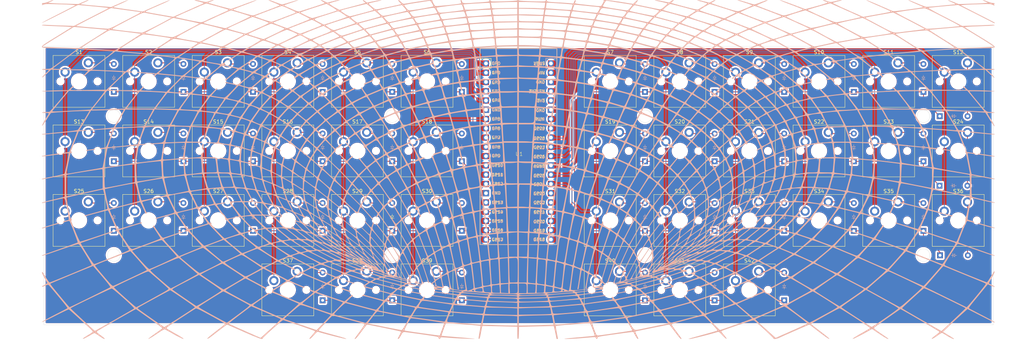
<source format=kicad_pcb>
(kicad_pcb (version 20240108) (generator "pcbnew") (generator_version "8.0")
  (layers (0 "F.Cu" signal) (31 "B.Cu" signal) (34 "B.Paste" user) (35 "F.Paste" user) (36 "B.SilkS" user "B.Silkscreen") (37 "F.SilkS" user "F.Silkscreen") (38 "B.Mask" user) (39 "F.Mask" user) (44 "Edge.Cuts" user))
  (net 0 "")
  (net 1 "Net-(D1-A)")
  (net 2 "R0")
  (net 3 "Net-(D2-A)")
  (net 4 "Net-(D3-A)")
  (net 5 "Net-(D4-A)")
  (net 6 "Net-(D5-A)")
  (net 7 "Net-(D6-A)")
  (net 8 "Net-(D7-A)")
  (net 9 "Net-(D8-A)")
  (net 10 "Net-(D9-A)")
  (net 11 "Net-(D10-A)")
  (net 12 "Net-(D11-A)")
  (net 13 "Net-(D12-A)")
  (net 14 "R1")
  (net 15 "Net-(D13-A)")
  (net 16 "Net-(D14-A)")
  (net 17 "Net-(D15-A)")
  (net 18 "Net-(D16-A)")
  (net 19 "Net-(D17-A)")
  (net 20 "Net-(D18-A)")
  (net 21 "Net-(D19-A)")
  (net 22 "Net-(D20-A)")
  (net 23 "Net-(D21-A)")
  (net 24 "Net-(D22-A)")
  (net 25 "Net-(D23-A)")
  (net 26 "Net-(D24-A)")
  (net 27 "Net-(D25-A)")
  (net 28 "R2")
  (net 29 "Net-(D26-A)")
  (net 30 "Net-(D27-A)")
  (net 31 "Net-(D28-A)")
  (net 32 "Net-(D29-A)")
  (net 33 "Net-(D30-A)")
  (net 34 "Net-(D31-A)")
  (net 35 "Net-(D32-A)")
  (net 36 "Net-(D33-A)")
  (net 37 "Net-(D34-A)")
  (net 38 "Net-(D35-A)")
  (net 39 "Net-(D36-A)")
  (net 40 "Net-(D37-A)")
  (net 41 "R3")
  (net 42 "Net-(D38-A)")
  (net 43 "Net-(D39-A)")
  (net 44 "Net-(D40-A)")
  (net 45 "Net-(D41-A)")
  (net 46 "Net-(D42-A)")
  (net 47 "C0")
  (net 48 "C1")
  (net 49 "C2")
  (net 50 "C3")
  (net 51 "C4")
  (net 52 "C5")
  (net 54 "C6")
  (net 56 "C7")
  (net 57 "C8")
  (net 58 "C9")
  (net 73 "C10")
  (net 76 "c11")
  (footprint "ScottoKeebs_MX:MX_PCB_1.00u" (layer "F.Cu") (at 228.72875 60.736875)
    (property "Reference" "S34")
    (property "Value" "Keyswitch")
  )
  (footprint "ScottoKeebs_MX:MX_PCB_1.00u" (layer "F.Cu") (at 83.34375 60.721875)
    (property "Reference" "S28")
    (property "Value" "Keyswitch")
  )
  (footprint "ScottoKeebs_MX:MX_PCB_1.00u" (layer "F.Cu") (at 228.72875 22.636875)
    (property "Reference" "S10")
    (property "Value" "Keyswitch")
  )
  (footprint "ScottoKeebs_MX:MX_PCB_1.00u" (layer "F.Cu") (at 190.62875 41.686875)
    (property "Reference" "S20")
    (property "Value" "Keyswitch")
  )
  (footprint "ScottoKeebs_MX:MX_PCB_1.00u" (layer "F.Cu") (at 102.39375 60.721875)
    (property "Reference" "S29")
    (property "Value" "Keyswitch")
  )
  (footprint "ScottoKeebs_MX:MX_PCB_1.00u" (layer "F.Cu") (at 171.57875 60.746875)
    (property "Reference" "S31")
    (property "Value" "Keyswitch")
  )
  (footprint "ScottoKeebs_MX:MX_PCB_1.00u" (layer "F.Cu") (at 209.67875 60.736875)
    (property "Reference" "S33")
    (property "Value" "Keyswitch")
  )
  (footprint "ScottoKeebs_Components:Diode_DO-35" (layer "F.Cu") (at 111.91875 63.579375 90)
    (property "Reference" "D29" (hide yes))
    (property "Value" "Diode" (hide yes))
  )
  (footprint "ScottoKeebs_MX:MX_PCB_1.00u" (layer "F.Cu") (at 209.67875 41.686875)
    (property "Reference" "S21")
    (property "Value" "Keyswitch")
  )
  (footprint "ScottoKeebs_Miscellaneous:silk_screen_art_bitmap" (layer "F.Cu") (at 146.12875 44.966875)
    (property "Reference" "slkscreen1" (hide yes))
    (property "Value" "~" (hide yes))
  )
  (footprint "ScottoKeebs_MX:MX_PCB_1.00u" (layer "F.Cu") (at 190.62875 60.736875)
    (property "Reference" "S32")
    (property "Value" "Keyswitch")
  )
  (footprint "ScottoKeebs_MX:MX_PCB_1.00u" (layer "F.Cu") (at 247.77875 60.736875)
    (property "Reference" "S35")
    (property "Value" "Keyswitch")
  )
  (footprint "ScottoKeebs_MX:MX_PCB_1.00u" (layer "F.Cu") (at 121.44375 79.771875)
    (property "Reference" "S39")
    (property "Value" "Keyswitch")
  )
  (footprint "ScottoKeebs_MX:MX_PCB_1.00u" (layer "F.Cu") (at 121.44375 41.671875)
    (property "Reference" "S18")
    (property "Value" "Keyswitch")
  )
  (footprint "ScottoKeebs_MX:MX_PCB_1.00u" (layer "F.Cu") (at 171.57875 22.636875)
    (property "Reference" "S7")
    (property "Value" "Keyswitch")
  )
  (footprint "ScottoKeebs_MX:MX_PCB_1.00u" (layer "F.Cu") (at 102.39375 22.621875)
    (property "Reference" "S5")
    (property "Value" "Keyswitch")
  )
  (footprint "ScottoKeebs_MX:MX_PCB_1.00u" (layer "F.Cu") (at 247.77875 22.636875)
    (property "Reference" "S11")
    (property "Value" "Keyswitch")
  )
  (footprint "ScottoKeebs_MX:MX_PCB_1.00u" (layer "F.Cu") (at 64.29375 41.671875)
    (property "Reference" "S15")
    (property "Value" "Keyswitch")
  )
  (footprint "ScottoKeebs_MX:MX_PCB_1.00u" (layer "F.Cu") (at 190.62875 79.786875)
    (property "Reference" "S41")
    (property "Value" "Keyswitch")
  )
  (footprint "ScottoKeebs_MX:MX_PCB_1.00u" (layer "F.Cu") (at 247.77875 41.686875)
    (property "Reference" "S23")
    (property "Value" "Keyswitch")
  )
  (footprint "ScottoKeebs_MX:MX_PCB_1.00u" (layer "F.Cu") (at 102.39375 41.671875)
    (property "Reference" "S17")
    (property "Value" "Keyswitch")
  )
  (footprint "ScottoKeebs_MX:MX_PCB_1.00u" (layer "F.Cu") (at 228.72875 41.686875)
    (property "Reference" "S22")
    (property "Value" "Keyswitch")
  )
  (footprint "ScottoKeebs_MX:MX_PCB_1.00u" (layer "F.Cu") (at 64.29375 22.621875)
    (property "Reference" "S3")
    (property "Value" "Keyswitch")
  )
  (footprint "ScottoKeebs_MX:MX_PCB_1.00u" (layer "F.Cu") (at 83.34375 22.621875)
    (property "Reference" "S4")
    (property "Value" "Keyswitch")
  )
  (footprint "ScottoKeebs_MX:MX_PCB_1.00u" (layer "F.Cu") (at 121.44375 60.721875)
    (property "Reference" "S30")
    (property "Value" "Keyswitch")
  )
  (footprint "ScottoKeebs_MX:MX_PCB_1.00u" (layer "F.Cu") (at 171.57875 79.786875)
    (property "Reference" "S40")
    (property "Value" "Keyswitch")
  )
  (footprint "ScottoKeebs_MX:MX_PCB_1.00u" (layer "F.Cu") (at 83.34375 79.771875)
    (property "Reference" "S37")
    (property "Value" "Keyswitch")
  )
  (footprint "ScottoKeebs_MX:MX_PCB_1.00u" (layer "F.Cu") (at 64.29375 60.721875)
    (property "Reference" "S27")
    (property "Value" "Keyswitch")
  )
  (footprint "ScottoKeebs_MX:MX_PCB_1.00u" (layer "F.Cu") (at 121.44375 22.621875)
    (property "Reference" "S6")
    (property "Value" "Keyswitch")
  )
  (footprint "ScottoKeebs_MX:MX_PCB_1.00u" (layer "F.Cu") (at 26.19375 22.621875)
    (property "Reference" "S1")
    (property "Value" "Keyswitch")
  )
  (footprint "ScottoKeebs_MX:MX_PCB_1.00u" (layer "F.Cu") (at 26.19375 60.721875)
    (property "Reference" "S25")
    (property "Value" "Keyswitch")
  )
  (footprint "ScottoKeebs_MX:MX_PCB_1.00u" (layer "F.Cu") (at 45.24375 41.671875)
    (property "Reference" "S14")
    (property "Value" "Keyswitch")
  )
  (footprint "ScottoKeebs_MX:MX_PCB_1.00u" (layer "F.Cu") (at 45.24375 60.721875)
    (property "Reference" "S26")
    (property "Value" "Keyswitch")
  )
  (footprint "ScottoKeebs_MX:MX_PCB_1.00u" (layer "F.Cu") (at 209.67875 22.636875)
    (property "Reference" "S9")
    (property "Value" "Keyswitch")
  )
  (footprint "ScottoKeebs_MCU:Pi_Pico_16M" (layer "F.Cu") (at 146.66875 43.036875)
    (property "Reference" "U1")
    (property "Value" "Raspberry_Pi_Pico")
  )
  (footprint "ScottoKeebs_MX:MX_PCB_1.00u" (layer "F.Cu") (at 83.34375 41.671875)
    (property "Reference" "S16")
    (property "Value" "Keyswitch")
  )
  (footprint "ScottoKeebs_MX:MX_PCB_1.00u" (layer "F.Cu") (at 209.67875 79.786875)
    (property "Reference" "S42")
    (property "Value" "Keyswitch")
  )
  (footprint "ScottoKeebs_MX:MX_PCB_1.00u" (layer "F.Cu") (at 171.57875 41.686875)
    (property "Reference" "S19")
    (property "Value" "Keyswitch")
  )
  (footprint "ScottoKeebs_MX:MX_PCB_1.00u" (layer "F.Cu") (at 266.82875 22.636875)
    (property "Reference" "S12")
    (property "Value" "Keyswitch")
  )
  (footprint "ScottoKeebs_MX:MX_PCB_1.00u" (layer "F.Cu") (at 266.82875 60.736875)
    (property "Reference" "S36")
    (property "Value" "Keyswitch")
  )
  (footprint "ScottoKeebs_MX:MX_PCB_1.00u" (layer "F.Cu") (at 190.62875 22.636875)
    (property "Reference" "S8")
    (property "Value" "Keyswitch")
  )
  (footprint "ScottoKeebs_MX:MX_PCB_1.00u" (layer "F.Cu") (at 26.19375 41.671875)
    (property "Reference" "S13")
    (property "Value" "Keyswitch")
  )
  (footprint "ScottoKeebs_MX:MX_PCB_1.00u" (layer "F.Cu") (at 266.82875 41.686875)
    (property "Reference" "S24")
    (property "Value" "Keyswitch")
  )
  (footprint "ScottoKeebs_MX:MX_PCB_1.00u" (layer "F.Cu") (at 45.24375 22.621875)
    (property "Reference" "S2")
    (property "Value" "Keyswitch")
  )
  (footprint "ScottoKeebs_MX:MX_PCB_1.00u" (layer "F.Cu") (at 102.39375 79.771875)
    (property "Reference" "S38")
    (property "Value" "Keyswitch")
  )
  (footprint "ScottoKeebs_Components:Diode_DO-35" (layer "B.Cu") (at 181.10375 25.494375 90)
    (property "Reference" "D7" (hide yes))
    (property "Value" "Diode" (hide yes))
  )
  (footprint "ScottoKeebs_Components:Diode_DO-35" (layer "B.Cu") (at 200.15375 25.494375 90)
    (property "Reference" "D8" (hide yes))
    (property "Value" "Diode" (hide yes))
  )
  (footprint "ScottoKeebs_Components:Diode_DO-35" (layer "B.Cu") (at 54.76875 63.579375 90)
    (property "Reference" "D26" (hide yes))
    (property "Value" "Diode" (hide yes))
  )
  (footprint "ScottoKeebs_Components:Diode_DO-35" (layer "B.Cu") (at 257.30375 44.544375 90)
    (property "Reference" "D23" (hide yes))
    (property "Value" "Diode" (hide yes))
  )
  (footprint "ScottoKeebs_Components:Diode_DO-35" (layer "B.Cu") (at 73.81875 44.529375 90)
    (property "Reference" "D15" (hide yes))
    (property "Value" "Diode" (hide yes))
  )
  (footprint "ScottoKeebs_Components:Diode_DO-35" (layer "B.Cu") (at 54.76875 44.529375 90)
    (property "Reference" "D14" (hide yes))
    (property "Value" "Diode" (hide yes))
  )
  (footprint "ScottoKeebs_Components:Diode_DO-35" (layer "B.Cu") (at 219.20375 82.644375 90)
    (property "Reference" "D42" (hide yes))
    (property "Value" "Diode" (hide yes))
  )
  (footprint "ScottoKeebs_Components:Diode_DO-35" (layer "B.Cu") (at 238.25375 25.494375 90)
    (property "Reference" "D10" (hide yes))
    (property "Value" "Diode" (hide yes))
  )
  (footprint "ScottoKeebs_Components:Diode_DO-35" (layer "B.Cu") (at 35.71875 44.529375 90)
    (property "Reference" "D13" (hide yes))
    (property "Value" "Diode" (hide yes))
  )
  (footprint "ScottoKeebs_Components:Diode_DO-35" (layer "B.Cu") (at 92.86875 25.479375 90)
    (property "Reference" "D4" (hide yes))
    (property "Value" "Diode" (hide yes))
  )
  (footprint "ScottoKeebs_Components:Diode_DO-35" (layer "B.Cu") (at 92.86875 44.529375 90)
    (property "Reference" "D16" (hide yes))
    (property "Value" "Diode" (hide yes))
  )
  (footprint "ScottoKeebs_Components:Diode_DO-35" (layer "B.Cu") (at 130.96875 44.529375 90)
    (property "Reference" "D18" (hide yes))
    (property "Value" "Diode" (hide yes))
  )
  (footprint "ScottoKeebs_Components:Diode_DO-35" (layer "B.Cu") (at 73.81875 63.579375 90)
    (property "Reference" "D27" (hide yes))
    (property "Value" "Diode" (hide yes))
  )
  (footprint "ScottoKeebs_Components:Diode_DO-35" (layer "B.Cu") (at 111.91875 82.629375 90)
    (property "Reference" "D38" (hide yes))
    (property "Value" "Diode" (hide yes))
  )
  (footprint "ScottoKeebs_Components:Diode_DO-35" (layer "B.Cu") (at 111.91875 25.479375 90)
    (property "Reference" "D5" (hide yes))
    (property "Value" "Diode" (hide yes))
  )
  (footprint "ScottoKeebs_Components:Diode_DO-35" (layer "B.Cu") (at 181.10375 44.544375 90)
    (property "Reference" "D19" (hide yes))
    (property "Value" "Diode" (hide yes))
  )
  (footprint "ScottoKeebs_Components:Diode_DO-35" (layer "B.Cu") (at 261.76875 32.156875)
    (property "Reference" "D12" (hide yes))
    (property "Value" "Diode" (hide yes))
  )
  (footprint "ScottoKeebs_Components:Diode_DO-35" (layer "B.Cu") (at 257.30375 25.494375 90)
    (property "Reference" "D11" (hide yes))
    (property "Value" "Diode" (hide yes))
  )
  (footprint "ScottoKeebs_Components:Diode_DO-35" (layer "B.Cu") (at 130.96875 63.579375 90)
    (property "Reference" "D30" (hide yes))
    (property "Value" "Diode" (hide yes))
  )
  (footprint "ScottoKeebs_Components:Diode_DO-35" (layer "B.Cu") (at 238.25375 44.544375 90)
    (property "Reference" "D22" (hide yes))
    (property "Value" "Diode" (hide yes))
  )
  (footprint "ScottoKeebs_Components:Diode_DO-35" (layer "B.Cu") (at 200.15375 44.544375 90)
    (property "Reference" "D20" (hide yes))
    (property "Value" "Diode" (hide yes))
  )
  (footprint "ScottoKeebs_Components:Diode_DO-35" (layer "B.Cu") (at 219.20375 44.544375 90)
    (property "Reference" "D21" (hide yes))
    (property "Value" "Diode" (hide yes))
  )
  (footprint "ScottoKeebs_Components:Diode_DO-35" (layer "B.Cu") (at 35.71875 25.479375 90)
    (property "Reference" "D1" (hide yes))
    (property "Value" "Diode" (hide yes))
  )
  (footprint "ScottoKeebs_Components:Diode_DO-35" (layer "B.Cu") (at 35.71875 63.579375 90)
    (property "Reference" "D25" (hide yes))
    (property "Value" "Diode" (hide yes))
  )
  (footprint "ScottoKeebs_Components:Diode_DO-35" (layer "B.Cu") (at 181.10375 82.644375 90)
    (property "Reference" "D40" (hide yes))
    (property "Value" "Diode" (hide yes))
  )
  (footprint "ScottoKeebs_Components:Diode_DO-35" (layer "B.Cu") (at 73.81875 25.479375 90)
    (property "Reference" "D3" (hide yes))
    (property "Value" "Diode" (hide yes))
  )
  (footprint "ScottoKeebs_Components:Diode_DO-35" (layer "B.Cu") (at 200.15375 82.644375 90)
    (property "Reference" "D41" (hide yes))
    (property "Value" "Diode" (hide yes))
  )
  (footprint "ScottoKeebs_Components:Diode_DO-35" (layer "B.Cu") (at 181.10375 63.594375 90)
    (property "Reference" "D31" (hide yes))
    (property "Value" "Diode" (hide yes))
  )
  (footprint "ScottoKeebs_Components:Diode_DO-35" (layer "B.Cu") (at 219.20375 63.594375 90)
    (property "Reference" "D33" (hide yes))
    (property "Value" "Diode" (hide yes))
  )
  (footprint "ScottoKeebs_Components:Diode_DO-35" (layer "B.Cu") (at 54.76875 25.479375 90)
    (property "Reference" "D2" (hide yes))
    (property "Value" "Diode" (hide yes))
  )
  (footprint "ScottoKeebs_Components:Diode_DO-35" (layer "B.Cu") (at 219.20375 25.494375 90)
    (property "Reference" "D9" (hide yes))
    (property "Value" "Diode" (hide yes))
  )
  (footprint "ScottoKeebs_Components:Diode_DO-35" (layer "B.Cu") (at 92.86875 63.579375 90)
    (property "Reference" "D28" (hide yes))
    (property "Value" "Diode" (hide yes))
  )
  (footprint "ScottoKeebs_Components:Diode_DO-35" (layer "B.Cu") (at 200.15375 63.594375 90)
    (property "Reference" "D32" (hide yes))
    (property "Value" "Diode" (hide yes))
  )
  (footprint "ScottoKeebs_Components:Diode_DO-35" (layer "B.Cu") (at 111.91875 44.529375 90)
    (property "Reference" "D17" (hide yes))
    (property "Value" "Diode" (hide yes))
  )
  (footprint "ScottoKeebs_Components:Diode_DO-35" (layer "B.Cu") (at 261.84875 70.296875)
    (property "Reference" "D36" (hide yes))
    (property "Value" "Diode" (hide yes))
  )
  (footprint "ScottoKeebs_Components:Diode_DO-35" (layer "B.Cu") (at 130.96875 25.479375 90)
    (property "Reference" "D6" (hide yes))
    (property "Value" "Diode" (hide yes))
  )
  (footprint "ScottoKeebs_Components:Diode_DO-35" (layer "B.Cu") (at 257.30375 63.594375 90)
    (property "Reference" "D35" (hide yes))
    (property "Value" "Diode" (hide yes))
  )
  (footprint "ScottoKeebs_Components:Diode_DO-35" (layer "B.Cu") (at 261.71875 51.206875)
    (property "Reference" "D24" (hide yes))
    (property "Value" "Diode" (hide yes))
  )
  (footprint "ScottoKeebs_Components:Diode_DO-35" (layer "B.Cu") (at 130.96875 82.629375 90)
    (property "Reference" "D39" (hide yes))
    (property "Value" "Diode" (hide yes))
  )
  (footprint "ScottoKeebs_Components:Diode_DO-35" (layer "B.Cu") (at 238.25375 63.594375 90)
    (property "Reference" "D34" (hide yes))
    (property "Value" "Diode" (hide yes))
  )
  (footprint "ScottoKeebs_Components:Diode_DO-35" (layer "B.Cu") (at 92.86875 82.629375 90)
    (property "Reference" "D37" (hide yes))
    (property "Value" "Diode" (hide yes))
  )
  (gr_rect (start 16.58875 13.036876) (end 276.43875 89.376875) (stroke (width 0.05)) (fill none) (layer "Edge.Cuts"))
  (gr_circle (center 111.91875 70.246875) (end 113.66875 70.246875) (stroke (width 0.05)) (fill none) (layer "Edge.Cuts"))
  (gr_circle (center 35.71875 70.236875) (end 37.46875 70.236875) (stroke (width 0.05)) (fill none) (layer "Edge.Cuts"))
  (gr_circle (center 257.30875 70.256875) (end 259.05875 70.256875) (stroke (width 0.05)) (fill none) (layer "Edge.Cuts"))
  (gr_circle (center 35.71875 32.136875) (end 37.46875 32.136875) (stroke (width 0.05)) (fill none) (layer "Edge.Cuts"))
  (gr_circle (center 257.30875 32.166875) (end 259.05875 32.166875) (stroke (width 0.05)) (fill none) (layer "Edge.Cuts"))
  (gr_circle (center 181.10875 32.166875) (end 182.85875 32.166875) (stroke (width 0.05)) (fill none) (layer "Edge.Cuts"))
  (gr_circle (center 111.91875 32.146875) (end 113.66875 32.146875) (stroke (width 0.05)) (fill none) (layer "Edge.Cuts"))
  (gr_circle (center 181.09875 70.256875) (end 182.84875 70.256875) (stroke (width 0.05)) (fill none) (layer "Edge.Cuts"))
  (segment (start 28.73375 17.541875) (end 35.40125 17.541875) (width 0.2) (layer "F.Cu") (net 1))
  (segment (start 35.40125 17.541875) (end 35.71875 17.859375) (width 0.2) (layer "F.Cu") (net 1))
  (segment (start 163.40125 25.494375) (end 181.10375 25.494375) (width 0.2) (layer "F.Cu") (net 2))
  (segment (start 161.08875 27.806875) (end 163.40125 25.494375) (width 0.2) (layer "F.Cu") (net 2))
  (segment (start 134.00875 56.806875) (end 135.55875 58.356875) (width 0.2) (layer "F.Cu") (net 2))
  (segment (start 181.10375 25.494375) (end 257.30375 25.494375) (width 0.2) (layer "F.Cu") (net 2))
  (segment (start 144.01875 80.926875) (end 158.70875 80.926875) (width 0.2) (layer "F.Cu") (net 2))
  (segment (start 35.71875 25.479375) (end 130.96875 25.479375) (width 0.2) (layer "F.Cu") (net 2))
  (segment (start 141.68875 58.356875) (end 142.91875 59.586875) (width 0.2) (layer "F.Cu") (net 2))
  (segment (start 142.91875 79.826875) (end 144.01875 80.926875) (width 0.2) (layer "F.Cu") (net 2))
  (segment (start 257.30375 27.691875) (end 261.76875 32.156875) (width 0.2) (layer "F.Cu") (net 2))
  (segment (start 257.30375 25.494375) (end 257.30375 27.691875) (width 0.2) (layer "F.Cu") (net 2))
  (segment (start 161.08875 78.546875) (end 161.08875 27.806875) (width 0.2) (layer "F.Cu") (net 2))
  (segment (start 130.96875 25.479375) (end 134.00875 28.519375) (width 0.2) (layer "F.Cu") (net 2))
  (segment (start 142.91875 59.586875) (end 142.91875 79.826875) (width 0.2) (layer "F.Cu") (net 2))
  (segment (start 135.55875 58.356875) (end 141.68875 58.356875) (width 0.2) (layer "F.Cu") (net 2))
  (segment (start 158.70875 80.926875) (end 161.08875 78.546875) (width 0.2) (layer "F.Cu") (net 2))
  (segment (start 134.00875 28.519375) (end 134.00875 56.806875) (width 0.2) (layer "F.Cu") (net 2))
  (segment (start 47.78375 17.541875) (end 54.45125 17.541875) (width 0.2) (layer "F.Cu") (net 3))
  (segment (start 54.45125 17.541875) (end 54.76875 17.859375) (width 0.2) (layer "F.Cu") (net 3))
  (segment (start 67.15125 17.859375) (end 66.83375 17.541875) (width 0.2) (layer "F.Cu") (net 4))
  (segment (start 73.81875 17.859375) (end 67.15125 17.859375) (width 0.2) (layer "F.Cu") (net 4))
  (segment (start 85.88375 17.541875) (end 86.20125 17.859375) (width 0.2) (layer "F.Cu") (net 5))
  (segment (start 86.20125 17.859375) (end 92.86875 17.859375) (width 0.2) (layer "F.Cu") (net 5))
  (segment (start 111.60125 17.541875) (end 111.91875 17.859375) (width 0.2) (layer "F.Cu") (net 6))
  (segment (start 104.93375 17.541875) (end 111.60125 17.541875) (width 0.2) (layer "F.Cu") (net 6))
  (segment (start 123.98375 17.541875) (end 130.65125 17.541875) (width 0.2) (layer "F.Cu") (net 7))
  (segment (start 130.65125 17.541875) (end 130.96875 17.859375) (width 0.2) (layer "F.Cu") (net 7))
  (segment (start 174.43625 17.874375) (end 181.10375 17.874375) (width 0.2) (layer "F.Cu") (net 8))
  (segment (start 174.11875 17.556875) (end 174.43625 17.874375) (width 0.2) (layer "F.Cu") (net 8))
  (segment (start 193.16875 17.556875) (end 199.83625 17.556875) (width 0.2) (layer "F.Cu") (net 9))
  (segment (start 199.83625 17.556875) (end 200.15375 17.874375) (width 0.2) (layer "F.Cu") (net 9))
  (segment (start 218.88625 17.556875) (end 219.20375 17.874375) (width 0.2) (layer "F.Cu") (net 10))
  (segment (start 212.21875 17.556875) (end 218.88625 17.556875) (width 0.2) (layer "F.Cu") (net 10))
  (segment (start 237.93625 17.556875) (end 238.25375 17.874375) (width 0.2) (layer "F.Cu") (net 11))
  (segment (start 231.26875 17.556875) (end 237.93625 17.556875) (width 0.2) (layer "F.Cu") (net 11))
  (segment (start 256.98625 17.556875) (end 257.30375 17.874375) (width 0.2) (layer "F.Cu") (net 12))
  (segment (start 250.31875 17.556875) (end 256.98625 17.556875) (width 0.2) (layer "F.Cu") (net 12))
  (segment (start 269.36875 32.136875) (end 269.38875 32.156875) (width 0.2) (layer "F.Cu") (net 13))
  (segment (start 269.36875 17.556875) (end 269.36875 32.136875) (width 0.2) (layer "F.Cu") (net 13))
  (segment (start 257.30375 44.544375) (end 257.30375 46.791875) (width 0.2) (layer "F.Cu") (net 14))
  (segment (start 141.19875 60.896875) (end 142.20875 61.906875) (width 0.2) (layer "F.Cu") (net 14))
  (segment (start 257.30375 44.544375) (end 181.10375 44.544375) (width 0.2) (layer "F.Cu") (net 14))
  (segment (start 159.13875 81.466875) (end 161.77875 78.826875) (width 0.2) (layer "F.Cu") (net 14))
  (segment (start 163.69125 44.544375) (end 181.10375 44.544375) (width 0.2) (layer "F.Cu") (net 14))
  (segment (start 130.96875 44.529375) (end 133.23875 46.799375) (width 0.2) (layer "F.Cu") (net 14))
  (segment (start 134.21875 60.896875) (end 141.19875 60.896875) (width 0.2) (layer "F.Cu") (net 14))
  (segment (start 161.77875 78.826875) (end 161.77875 46.456875) (width 0.2) (layer "F.Cu") (net 14))
  (segment (start 35.71875 44.529375) (end 130.96875 44.529375) (width 0.2) (layer "F.Cu") (net 14))
  (segment (start 142.20875 61.906875) (end 142.20875 80.366875) (width 0.2) (layer "F.Cu") (net 14))
  (segment (start 133.23875 59.916875) (end 134.21875 60.896875) (width 0.2) (layer "F.Cu") (net 14))
  (segment (start 133.23875 46.799375) (end 133.23875 59.916875) (width 0.2) (layer "F.Cu") (net 14))
  (segment (start 257.30375 46.791875) (end 261.71875 51.206875) (width 0.2) (layer "F.Cu") (net 14))
  (segment (start 143.30875 81.466875) (end 159.13875 81.466875) (width 0.2) (layer "F.Cu") (net 14))
  (segment (start 142.20875 80.366875) (end 143.30875 81.466875) (width 0.2) (layer "F.Cu") (net 14))
  (segment (start 161.77875 46.456875) (end 163.69125 44.544375) (width 0.2) (layer "F.Cu") (net 14))
  (segment (start 28.73375 36.591875) (end 35.40125 36.591875) (width 0.2) (layer "F.Cu") (net 15))
  (segment (start 35.40125 36.591875) (end 35.71875 36.909375) (width 0.2) (layer "F.Cu") (net 15))
  (segment (start 54.45125 36.591875) (end 54.76875 36.909375) (width 0.2) (layer "F.Cu") (net 16))
  (segment (start 47.78375 36.591875) (end 54.45125 36.591875) (width 0.2) (layer "F.Cu") (net 16))
  (segment (start 66.83375 36.591875) (end 73.50125 36.591875) (width 0.2) (layer "F.Cu") (net 17))
  (segment (start 73.50125 36.591875) (end 73.81875 36.909375) (width 0.2) (layer "F.Cu") (net 17))
  (segment (start 85.88375 36.591875) (end 92.55125 36.591875) (width 0.2) (layer "F.Cu") (net 18))
  (segment (start 92.55125 36.591875) (end 92.86875 36.909375) (width 0.2) (layer "F.Cu") (net 18))
  (segment (start 105.25125 36.909375) (end 104.93375 36.591875) (width 0.2) (layer "F.Cu") (net 19))
  (segment (start 111.91875 36.909375) (end 105.25125 36.909375) (width 0.2) (layer "F.Cu") (net 19))
  (segment (start 123.98375 36.591875) (end 124.30125 36.909375) (width 0.2) (layer "F.Cu") (net 20))
  (segment (start 124.30125 36.909375) (end 130.96875 36.909375) (width 0.2) (layer "F.Cu") (net 20))
  (segment (start 174.43625 36.924375) (end 174.11875 36.606875) (width 0.2) (layer "F.Cu") (net 21))
  (segment (start 181.10375 36.924375) (end 174.43625 36.924375) (width 0.2) (layer "F.Cu") (net 21))
  (segment (start 193.48625 36.924375) (end 193.16875 36.606875) (width 0.2) (layer "F.Cu") (net 22))
  (segment (start 200.15375 36.924375) (end 193.48625 36.924375) (width 0.2) (layer "F.Cu") (net 22))
  (segment (start 212.21875 36.606875) (end 212.53625 36.924375) (width 0.2) (layer "F.Cu") (net 23))
  (segment (start 212.53625 36.924375) (end 219.20375 36.924375) (width 0.2) (layer "F.Cu") (net 23))
  (segment (start 231.58625 36.924375) (end 238.25375 36.924375) (width 0.2) (layer "F.Cu") (net 24))
  (segment (start 231.26875 36.606875) (end 231.58625 36.924375) (width 0.2) (layer "F.Cu") (net 24))
  (segment (start 256.98625 36.606875) (end 257.30375 36.924375) (width 0.2) (layer "F.Cu") (net 25))
  (segment (start 250.31875 36.606875) (end 256.98625 36.606875) (width 0.2) (layer "F.Cu") (net 25))
  (segment (start 269.33875 36.636875) (end 269.36875 36.606875) (width 0.2) (layer "F.Cu") (net 26))
  (segment (start 269.33875 51.206875) (end 269.33875 36.636875) (width 0.2) (layer "F.Cu") (net 26))
  (segment (start 35.71875 55.959375) (end 29.05125 55.959375) (width 0.2) (layer "F.Cu") (net 27))
  (segment (start 29.05125 55.959375) (end 28.73375 55.641875) (width 0.2) (layer "F.Cu") (net 27))
  (segment (start 257.30375 63.594375) (end 181.10375 63.594375) (width 0.2) (layer "F.Cu") (net 28))
  (segment (start 257.30375 64.921875) (end 257.30375 63.594375) (width 0.2) (layer "F.Cu") (net 28))
  (segment (start 130.96875 63.579375) (end 138.21625 63.579375) (width 0.2) (layer "F.Cu") (net 28))
  (segment (start 35.71875 63.579375) (end 130.96875 63.579375) (width 0.2) (layer "F.Cu") (net 28))
  (segment (start 164.47125 63.594375) (end 181.10375 63.594375) (width 0.2) (layer "F.Cu") (net 28))
  (segment (start 138.21625 63.579375) (end 138.35875 63.436875) (width 0.2) (layer "F.Cu") (net 28))
  (segment (start 162.45875 65.606875) (end 164.47125 63.594375) (width 0.2) (layer "F.Cu") (net 28))
  (segment (start 138.35875 63.436875) (end 140.55875 63.436875) (width 0.2) (layer "F.Cu") (net 28))
  (segment (start 159.40875 82.146875) (end 162.45875 79.096875) (width 0.2) (layer "F.Cu") (net 28))
  (segment (start 261.84875 69.466875) (end 257.30375 64.921875) (width 0.2) (layer "F.Cu") (net 28))
  (segment (start 141.54875 80.686875) (end 143.00875 82.146875) (width 0.2) (layer "F.Cu") (net 28))
  (segment (start 261.84875 70.296875) (end 261.84875 69.466875) (width 0.2) (layer "F.Cu") (net 28))
  (segment (start 141.54875 64.426875) (end 141.54875 80.686875) (width 0.2) (layer "F.Cu") (net 28))
  (segment (start 162.45875 79.096875) (end 162.45875 65.606875) (width 0.2) (layer "F.Cu") (net 28))
  (segment (start 140.55875 63.436875) (end 141.54875 64.426875) (width 0.2) (layer "F.Cu") (net 28))
  (segment (start 143.00875 82.146875) (end 159.40875 82.146875) (width 0.2) (layer "F.Cu") (net 28))
  (segment (start 54.45125 55.641875) (end 47.78375 55.641875) (width 0.2) (layer "F.Cu") (net 29))
  (segment (start 54.76875 55.959375) (end 54.45125 55.641875) (width 0.2) (layer "F.Cu") (net 29))
  (segment (start 66.83375 55.641875) (end 73.50125 55.641875) (width 0.2) (layer "F.Cu") (net 30))
  (segment (start 73.50125 55.641875) (end 73.81875 55.959375) (width 0.2) (layer "F.Cu") (net 30))
  (segment (start 86.20125 55.959375) (end 85.88375 55.641875) (width 0.2) (layer "F.Cu") (net 31))
  (segment (start 92.86875 55.959375) (end 86.20125 55.959375) (width 0.2) (layer "F.Cu") (net 31))
  (segment (start 105.25125 55.959375) (end 104.93375 55.641875) (width 0.2) (layer "F.Cu") (net 32))
  (segment (start 111.91875 55.959375) (end 105.25125 55.959375) (width 0.2) (layer "F.Cu") (net 32))
  (segment (start 130.96875 55.959375) (end 124.30125 55.959375) (width 0.2) (layer "F.Cu") (net 33))
  (segment (start 124.30125 55.959375) (end 123.98375 55.641875) (width 0.2) (layer "F.Cu") (net 33))
  (segment (start 174.43625 55.974375) (end 181.10375 55.974375) (width 0.2) (layer "F.Cu") (net 34))
  (segment (start 174.11875 55.656875) (end 174.43625 55.974375) (width 0.2) (layer "F.Cu") (net 34))
  (segment (start 193.16875 55.656875) (end 199.83625 55.656875) (width 0.2) (layer "F.Cu") (net 35))
  (segment (start 199.83625 55.656875) (end 200.15375 55.974375) (width 0.2) (layer "F.Cu") (net 35))
  (segment (start 212.21875 55.656875) (end 218.88625 55.656875) (width 0.2) (layer "F.Cu") (net 36))
  (segment (start 218.88625 55.656875) (end 219.20375 55.974375) (width 0.2) (layer "F.Cu") (net 36))
  (segment (start 237.93625 55.656875) (end 238.25375 55.974375) (width 0.2) (layer "F.Cu") (net 37))
  (segment (start 231.26875 55.656875) (end 237.93625 55.656875) (width 0.2) (layer "F.Cu") (net 37))
  (segment (start 250.31875 55.656875) (end 256.98625 55.656875) (width 0.2) (layer "F.Cu") (net 38))
  (segment (start 256.98625 55.656875) (end 257.30375 55.974375) (width 0.2) (layer "F.Cu") (net 38))
  (segment (start 269.36875 55.656875) (end 269.36875 70.196875) (width 0.2) (layer "F.Cu") (net 39))
  (segment (start 269.36875 70.196875) (end 269.46875 70.296875) (width 0.2) (layer "F.Cu") (net 39))
  (segment (start 86.20125 75.009375) (end 92.86875 75.009375) (width 0.2) (layer "F.Cu") (net 40))
  (segment (start 85.88375 74.691875) (end 86.20125 75.009375) (width 0.2) (layer "F.Cu") (net 40))
  (segment (start 143.30875 82.644375) (end 130.98375 82.644375) (width 0.2) (layer "F.Cu") (net 41))
  (segment (start 181.10375 82.644375) (end 219.20375 82.644375) (width 0.2) (layer "F.Cu") (net 41))
  (segment (start 140.80875 66.736875) (end 140.04875 65.976875) (width 0.2) (layer "F.Cu") (net 41))
  (segment (start 130.98375 82.644375) (end 130.96875 82.629375) (width 0.2) (layer "F.Cu") (net 41))
  (segment (start 140.04875 65.976875) (end 138.35875 65.976875) (width 0.2) (layer "F.Cu") (net 41))
  (segment (start 143.30875 82.644375) (end 142.33625 82.644375) (width 0.2) (layer "F.Cu") (net 41))
  (segment (start 140.80875 81.116875) (end 140.80875 66.736875) (width 0.2) (layer "F.Cu") (net 41))
  (segment (start 142.33625 82.644375) (end 140.80875 81.116875) (width 0.2) (layer "F.Cu") (net 41))
  (segment (start 92.86875 82.629375) (end 130.96875 82.629375) (width 0.2) (layer "F.Cu") (net 41))
  (segment (start 181.10375 82.644375) (end 143.30875 82.644375) (width 0.2) (layer "F.Cu") (net 41))
  (segment (start 104.93375 74.691875) (end 111.60125 74.691875) (width 0.2) (layer "F.Cu") (net 42))
  (segment (start 111.60125 74.691875) (end 111.91875 75.009375) (width 0.2) (layer "F.Cu") (net 42))
  (segment (start 123.98375 74.691875) (end 130.65125 74.691875) (width 0.2) (layer "F.Cu") (net 43))
  (segment (start 130.65125 74.691875) (end 130.96875 75.009375) (width 0.2) (layer "F.Cu") (net 43))
  (segment (start 174.11875 74.706875) (end 180.78625 74.706875) (width 0.2) (layer "F.Cu") (net 44))
  (segment (start 180.78625 74.706875) (end 181.10375 75.024375) (width 0.2) (layer "F.Cu") (net 44))
  (segment (start 193.48625 75.024375) (end 200.15375 75.024375) (width 0.2) (layer "F.Cu") (net 45))
  (segment (start 193.16875 74.706875) (end 193.48625 75.024375) (width 0.2) (layer "F.Cu") (net 45))
  (segment (start 212.21875 74.706875) (end 218.88625 74.706875) (width 0.2) (layer "F.Cu") (net 46))
  (segment (start 218.88625 74.706875) (end 219.20375 75.024375) (width 0.2) (layer "F.Cu") (net 46))
  (segment (start 138.30875 17.766875) (end 136.58875 17.766875) (width 0.2) (layer "B.Cu") (net 47))
  (segment (start 22.38375 20.081875) (end 22.38375 58.181875) (width 0.2) (layer "B.Cu") (net 47))
  (segment (start 134.10875 13.736875) (end 28.72875 13.736875) (width 0.2) (layer "B.Cu") (net 47))
  (segment (start 135.73875 15.366875) (end 134.10875 13.736875) (width 0.2) (layer "B.Cu") (net 47))
  (segment (start 136.58875 17.766875) (end 135.73875 16.916875) (width 0.2) (layer "B.Cu") (net 47))
  (segment (start 135.73875 16.916875) (end 135.73875 15.366875) (width 0.2) (layer "B.Cu") (net 47))
  (segment (start 28.72875 13.736875) (end 22.38375 20.081875) (width 0.2) (layer "B.Cu") (net 47))
  (segment (start 138.35875 17.716875) (end 138.30875 17.766875) (width 0.2) (layer "B.Cu") (net 47))
  (segment (start 41.43375 17.651875) (end 41.43375 20.081875) (width 0.2) (layer "B.Cu") (net 48))
  (segment (start 44.83875 14.246875) (end 41.43375 17.651875) (width 0.2) (layer "B.Cu") (net 48))
  (segment (start 138.35875 20.256875) (end 135.51875 20.256875) (width 0.2) (layer "B.Cu") (net 48))
  (segment (start 135.13875 19.876875) (end 135.13875 15.626875) (width 0.2) (layer "B.Cu") (net 48))
  (segment (start 135.13875 15.626875) (end 133.75875 14.246875) (width 0.2) (layer "B.Cu") (net 48))
  (segment (start 41.43375 20.081875) (end 41.43375 58.181875) (width 0.2) (layer "B.Cu") (net 48))
  (segment (start 135.51875 20.256875) (end 135.13875 19.876875) (width 0.2) (layer "B.Cu") (net 48))
  (segment (start 133.75875 14.246875) (end 44.83875 14.246875) (width 0.2) (layer "B.Cu") (net 48))
  (segment (start 60.48375 16.081875) (end 61.75875 14.806875) (width 0.2) (layer "B.Cu") (net 49))
  (segment (start 60.48375 20.081875) (end 60.48375 16.081875) (width 0.2) (layer "B.Cu") (net 49))
  (segment (start 135.50875 22.806875) (end 135.51875 22.796875) (width 0.2) (layer "B.Cu") (net 49))
  (segment (start 61.75875 14.806875) (end 133.51875 14.806875) (width 0.2) (layer "B.Cu") (net 49))
  (segment (start 133.51875 14.806875) (end 134.65875 15.946875) (width 0.2) (layer "B.Cu") (net 49))
  (segment (start 134.65875 15.946875) (end 134.65875 21.956875) (width 0.2) (layer "B.Cu") (net 49))
  (segment (start 60.48375 20.081875) (end 60.48375 58.181875) (width 0.2) (layer "B.Cu") (net 49))
  (segment (start 134.65875 21.956875) (end 135.50875 22.806875) (width 0.2) (layer "B.Cu") (net 49))
  (segment (start 135.51875 22.796875) (end 138.35875 22.796875) (width 0.2) (layer "B.Cu") (net 49))
  (segment (start 79.53375 16.601875) (end 80.81875 15.316875) (width 0.2) (layer "B.Cu") (net 50))
  (segment (start 133.19875 15.316875) (end 134.10875 16.226875) (width 0.2) (layer "B.Cu") (net 50))
  (segment (start 135.51875 25.336875) (end 138.35875 25.336875) (width 0.2) (layer "B.Cu") (net 50))
  (segment (start 134.10875 16.226875) (end 134.10875 23.926875) (width 0.2) (layer "B.Cu") (net 50))
  (segment (start 79.53375 20.081875) (end 79.53375 16.601875) (width 0.2) (layer "B.Cu") (net 50))
  (segment (start 79.53375 20.081875) (end 79.53375 77.231875) (width 0.2) (layer "B.Cu") (net 50))
  (segment (start 80.81875 15.316875) (end 133.19875 15.316875) (width 0.2) (layer "B.Cu") (net 50))
  (segment (start 134.10875 23.926875) (end 135.51875 25.336875) (width 0.2) (layer "B.Cu") (net 50))
  (segment (start 100.52875 15.926875) (end 133.00875 15.926875) (width 0.2) (layer "B.Cu") (net 51))
  (segment (start 98.58375 20.081875) (end 98.58375 17.871875) (width 0.2) (layer "B.Cu") (net 51))
  (segment (start 133.48875 16.406875) (end 133.48875 25.766875) (width 0.2) (layer "B.Cu") (net 51))
  (segment (start 133.48875 25.766875) (end 135.59875 27.876875) (width 0.2) (layer "B.Cu") (net 51))
  (segment (start 138.35875 27.876875) (end 138.35875 27.726875) (width 0.2) (layer "B.Cu") (net 51))
  (segment (start 135.59875 27.876875) (end 138.35875 27.876875) (width 0.2) (layer "B.Cu") (net 51))
  (segment (start 133.00875 15.926875) (end 133.48875 16.406875) (width 0.2) (layer "B.Cu") (net 51))
  (segment (start 98.58375 20.081875) (end 98.58375 77.231875) (width 0.2) (layer "B.Cu") (net 51))
  (segment (start 98.58375 17.871875) (end 100.52875 15.926875) (width 0.2) (layer "B.Cu") (net 51))
  (segment (start 117.63375 20.081875) (end 117.63375 77.231875) (width 0.2) (layer "B.Cu") (net 52))
  (segment (start 121.30875 33.036875) (end 138.27875 33.036875) (width 0.2) (layer "B.Cu") (net 52))
  (segment (start 117.63375 36.711875) (end 121.30875 33.036875) (width 0.2) (layer "B.Cu") (net 52))
  (segment (start 117.63375 39.131875) (end 117.63375 36.711875) (width 0.2) (layer "B.Cu") (net 52))
  (segment (start 138.27875 33.036875) (end 138.35875 32.956875) (width 0.2) (layer "B.Cu") (net 52))
  (segment (start 167.76875 58.196875) (end 163.69875 58.196875) (width 0.2) (layer "B.Cu") (net 54))
  (segment (start 161.09875 52.486875) (end 159.44875 50.836875) (width 0.2) (layer "B.Cu") (net 54))
  (segment (start 159.44875 50.836875) (end 156.23875 50.836875) (width 0.2) (layer "B.Cu") (net 54))
  (segment (start 161.09875 55.596875) (end 161.09875 52.486875) (width 0.2) (layer "B.Cu") (net 54))
  (segment (start 156.23875 50.836875) (end 156.13875 50.736875) (width 0.2) (layer "B.Cu") (net 54))
  (segment (start 167.76875 20.096875) (end 167.76875 77.246875) (width 0.2) (layer "B.Cu") (net 54))
  (segment (start 163.69875 58.196875) (end 161.09875 55.596875) (width 0.2) (layer "B.Cu") (net 54))
  (segment (start 161.94875 46.396875) (end 160.14875 48.196875) (width 0.2) (layer "B.Cu") (net 56))
  (segment (start 160.14875 48.196875) (end 156.13875 48.196875) (width 0.2) (layer "B.Cu") (net 56))
  (segment (start 161.94875 16.906875) (end 161.94875 46.396875) (width 0.2) (layer "B.Cu") (net 56))
  (segment (start 186.81875 17.806875) (end 184.85875 15.846875) (width 0.2) (layer "B.Cu") (net 56))
  (segment (start 163.00875 15.846875) (end 161.94875 16.906875) (width 0.2) (layer "B.Cu") (net 56))
  (segment (start 186.81875 20.096875) (end 186.81875 17.806875) (width 0.2) (layer "B.Cu") (net 56))
  (segment (start 186.81875 20.096875) (end 186.81875 77.246875) (width 0.2) (layer "B.Cu") (net 56))
  (segment (start 184.85875 15.846875) (end 163.00875 15.846875) (width 0.2) (layer "B.Cu") (net 56))
  (segment (start 205.86875 20.096875) (end 205.86875 77.246875) (width 0.2) (layer "B.Cu") (net 57))
  (segment (start 201.04875 15.276875) (end 162.72875 15.276875) (width 0.2) (layer "B.Cu") (net 57))
  (segment (start 156.15875 45.676875) (end 156.13875 45.656875) (width 0.2) (layer "B.Cu") (net 57))
  (segment (start 159.46875 45.676875) (end 156.15875 45.676875) (width 0.2) (layer "B.Cu") (net 57))
  (segment (start 161.42875 43.716875) (end 159.46875 45.676875) (width 0.2) (layer "B.Cu") (net 57))
  (segment (start 205.86875 20.096875) (end 201.04875 15.276875) (width 0.2) (layer "B.Cu") (net 57))
  (segment (start 161.42875 16.576875) (end 161.42875 43.716875) (width 0.2) (layer "B.Cu") (net 57))
  (segment (start 162.72875 15.276875) (end 161.42875 16.576875) (width 0.2) (layer "B.Cu") (net 57))
  (segment (start 224.91875 20.096875) (end 224.91875 58.196875) (width 0.2) (layer "B.Cu") (net 58))
  (segment (start 162.17875 14.826875) (end 160.84875 16.156875) (width 0.2) (layer "B.Cu") (net 58))
  (segment (start 160.84875 41.506875) (end 159.21875 43.136875) (width 0.2) (layer "B.Cu") (net 58))
  (segment (start 221.46875 14.826875) (end 162.17875 14.826875) (width 0.2) (layer "B.Cu") (net 58))
  (segment (start 224.91875 18.276875) (end 221.46875 14.826875) (width 0.2) (layer "B.Cu") (net 58))
  (segment (start 160.84875 16.156875) (end 160.84875 41.506875) (width 0.2) (layer "B.Cu") (net 58))
  (segment (start 159.21875 43.136875) (end 156.15875 43.136875) (width 0.2) (layer "B.Cu") (net 58))
  (segment (start 156.15875 43.136875) (end 156.13875 43.116875) (width 0.2) (layer "B.Cu") (net 58))
  (segment (start 224.91875 20.096875) (end 224.91875 18.276875) (width 0.2) (layer "B.Cu") (net 58))
  (segment (start 243.96875 20.096875) (end 243.96875 58.196875) (width 0.2) (layer "B.Cu") (net 73))
  (segment (start 156.23875 40.676875) (end 156.13875 40.576875) (width 0.2) (layer "B.Cu") (net 73))
  (segment (start 160.18875 15.816875) (end 160.18875 39.726875) (width 0.2) (layer "B.Cu") (net 73))
  (segment (start 160.18875 39.726875) (end 159.23875 40.676875) (width 0.2) (layer "B.Cu") (net 73))
  (segment (start 159.23875 40.676875) (end 156.23875 40.676875) (width 0.2) (layer "B.Cu") (net 73))
  (segment (start 161.63875 14.366875) (end 160.18875 15.816875) (width 0.2) (layer "B.Cu") (net 73))
  (segment (start 243.96875 20.096875) (end 243.96875 18.376875) (width 0.2) (layer "B.Cu") (net 73))
  (segment (start 243.96875 18.376875) (end 239.95875 14.366875) (width 0.2) (layer "B.Cu") (net 73))
  (segment (start 239.95875 14.366875) (end 161.63875 14.366875) (width 0.2) (layer "B.Cu") (net 73))
  (segment (start 159.57875 15.256875) (end 159.57875 37.556875) (width 0.2) (layer "B.Cu") (net 76))
  (segment (start 156.25875 38.156875) (end 156.13875 38.036875) (width 0.2) (layer "B.Cu") (net 76))
  (segment (start 158.97875 38.156875) (end 156.25875 38.156875) (width 0.2) (layer "B.Cu") (net 76))
  (segment (start 160.95875 13.876875) (end 159.57875 15.256875) (width 0.2) (layer "B.Cu") (net 76))
  (segment (start 263.01875 20.096875) (end 263.01875 58.196875) (width 0.2) (layer "B.Cu") (net 76))
  (segment (start 263.01875 20.096875) (end 256.79875 13.876875) (width 0.2) (layer "B.Cu") (net 76))
  (segment (start 159.57875 37.556875) (end 158.97875 38.156875) (width 0.2) (layer "B.Cu") (net 76))
  (segment (start 256.79875 13.876875) (end 160.95875 13.876875) (width 0.2) (layer "B.Cu") (net 76))
  (zone (net 0) (net_name "") (layers "F&B.Cu") (connect_pads (clearance 0.5)) (min_thickness 0.25) (fill yes (thermal_gap 0.5) (thermal_bridge_width 0.5) (island_removal_mode 1) (island_area_min 10))
    (polygon (pts (xy 4.56875 5.766875) (xy 284.83875 5.766875) (xy 284.83875 90.276875) (xy 279.89875 95.216875) (xy 12.11875 95.216875) (xy 4.56875 87.666875)))
  )
)
</source>
